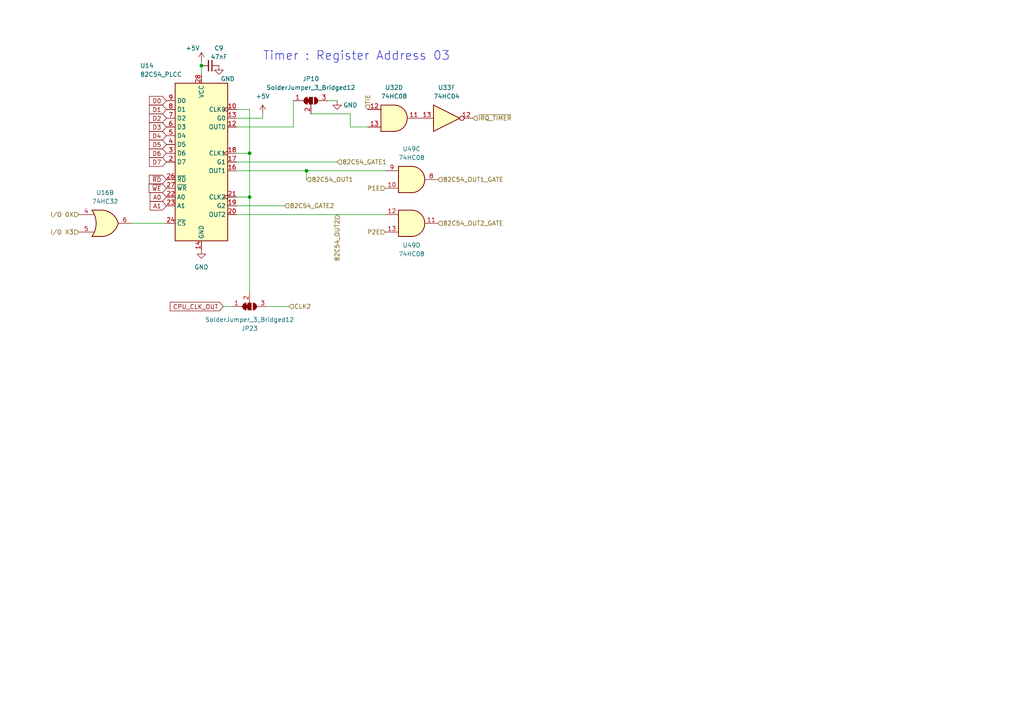
<source format=kicad_sch>
(kicad_sch (version 20230121) (generator eeschema)
  (paper "A4")
  (lib_symbols
    (symbol "74xx:74LS04"
      (property "Reference" "U" (at 0 1.27 0))
      (property "Value" "74LS04" (at 0 -1.27 0))
      (symbol "74LS04_1_0"
        (polyline (pts (xy -3.81 3.81) (xy -3.81 -3.81) (xy 3.81 0) (xy -3.81 3.81)) (stroke (width 0.254)) (fill (type background)))
        (pin input line (at -7.62 0 0) (length 3.81) (name "~") (number "1"))
        (pin output inverted (at 7.62 0 180) (length 3.81) (name "~") (number "2"))
      )
      (symbol "74LS04_2_0"
        (polyline (pts (xy -3.81 3.81) (xy -3.81 -3.81) (xy 3.81 0) (xy -3.81 3.81)) (stroke (width 0.254)) (fill (type background)))
        (pin input line (at -7.62 0 0) (length 3.81) (name "~") (number "3"))
        (pin output inverted (at 7.62 0 180) (length 3.81) (name "~") (number "4"))
      )
      (symbol "74LS04_3_0"
        (polyline (pts (xy -3.81 3.81) (xy -3.81 -3.81) (xy 3.81 0) (xy -3.81 3.81)) (stroke (width 0.254)) (fill (type background)))
        (pin input line (at -7.62 0 0) (length 3.81) (name "~") (number "5"))
        (pin output inverted (at 7.62 0 180) (length 3.81) (name "~") (number "6"))
      )
      (symbol "74LS04_4_0"
        (polyline (pts (xy -3.81 3.81) (xy -3.81 -3.81) (xy 3.81 0) (xy -3.81 3.81)) (stroke (width 0.254)) (fill (type background)))
        (pin output inverted (at 7.62 0 180) (length 3.81) (name "~") (number "8"))
        (pin input line (at -7.62 0 0) (length 3.81) (name "~") (number "9"))
      )
      (symbol "74LS04_5_0"
        (polyline (pts (xy -3.81 3.81) (xy -3.81 -3.81) (xy 3.81 0) (xy -3.81 3.81)) (stroke (width 0.254)) (fill (type background)))
        (pin output inverted (at 7.62 0 180) (length 3.81) (name "~") (number "10"))
        (pin input line (at -7.62 0 0) (length 3.81) (name "~") (number "11"))
      )
      (symbol "74LS04_6_0"
        (polyline (pts (xy -3.81 3.81) (xy -3.81 -3.81) (xy 3.81 0) (xy -3.81 3.81)) (stroke (width 0.254)) (fill (type background)))
        (pin output inverted (at 7.62 0 180) (length 3.81) (name "~") (number "12"))
        (pin input line (at -7.62 0 0) (length 3.81) (name "~") (number "13"))
      )
      (symbol "74LS04_7_0"
        (pin power_in line (at 0 12.7 270) (length 5.08) (name "VCC") (number "14"))
        (pin power_in line (at 0 -12.7 90) (length 5.08) (name "GND") (number "7"))
      )
      (symbol "74LS04_7_1"
        (rectangle (start -5.08 7.62) (end 5.08 -7.62) (stroke (width 0.254)) (fill (type background)))
      )
    )
    (symbol "74xx:74LS08" (pin_names (offset 1.016))
      (property "Reference" "U" (at 0 1.27 0))
      (property "Value" "74LS08" (at 0 -1.27 0))
      (symbol "74LS08_1_1"
        (arc (start 0 -3.81) (mid 3.7934 0) (end 0 3.81) (stroke (width 0.254)) (fill (type background)))
        (polyline (pts (xy 0 3.81) (xy -3.81 3.81) (xy -3.81 -3.81) (xy 0 -3.81)) (stroke (width 0.254)) (fill (type background)))
        (pin input line (at -7.62 2.54 0) (length 3.81) (name "~") (number "1"))
        (pin input line (at -7.62 -2.54 0) (length 3.81) (name "~") (number "2"))
        (pin output line (at 7.62 0 180) (length 3.81) (name "~") (number "3"))
      )
      (symbol "74LS08_1_2"
        (arc (start -3.81 -3.81) (mid -2.589 0) (end -3.81 3.81) (stroke (width 0.254)))
        (arc (start -0.6096 -3.81) (mid 2.1842 -2.5851) (end 3.81 0) (stroke (width 0.254)) (fill (type background)))
        (polyline (pts (xy -3.81 -3.81) (xy -0.635 -3.81)) (stroke (width 0.254)) (fill (type background)))
        (polyline (pts (xy -3.81 3.81) (xy -0.635 3.81)) (stroke (width 0.254)) (fill (type background)))
        (polyline (pts (xy -0.635 3.81) (xy -3.81 3.81) (xy -3.81 3.81) (xy -3.556 3.4036) (xy -3.0226 2.2606) (xy -2.6924 1.0414) (xy -2.6162 -0.254) (xy -2.7686 -1.4986) (xy -3.175 -2.7178) (xy -3.81 -3.81) (xy -3.81 -3.81) (xy -0.635 -3.81)) (stroke (width -25.4)) (fill (type background)))
        (arc (start 3.81 0) (mid 2.1915 2.5936) (end -0.6096 3.81) (stroke (width 0.254)) (fill (type background)))
        (pin input inverted (at -7.62 2.54 0) (length 4.318) (name "~") (number "1"))
        (pin input inverted (at -7.62 -2.54 0) (length 4.318) (name "~") (number "2"))
        (pin output inverted (at 7.62 0 180) (length 3.81) (name "~") (number "3"))
      )
      (symbol "74LS08_2_1"
        (arc (start 0 -3.81) (mid 3.7934 0) (end 0 3.81) (stroke (width 0.254)) (fill (type background)))
        (polyline (pts (xy 0 3.81) (xy -3.81 3.81) (xy -3.81 -3.81) (xy 0 -3.81)) (stroke (width 0.254)) (fill (type background)))
        (pin input line (at -7.62 2.54 0) (length 3.81) (name "~") (number "4"))
        (pin input line (at -7.62 -2.54 0) (length 3.81) (name "~") (number "5"))
        (pin output line (at 7.62 0 180) (length 3.81) (name "~") (number "6"))
      )
      (symbol "74LS08_2_2"
        (arc (start -3.81 -3.81) (mid -2.589 0) (end -3.81 3.81) (stroke (width 0.254)))
        (arc (start -0.6096 -3.81) (mid 2.1842 -2.5851) (end 3.81 0) (stroke (width 0.254)) (fill (type background)))
        (polyline (pts (xy -3.81 -3.81) (xy -0.635 -3.81)) (stroke (width 0.254)) (fill (type background)))
        (polyline (pts (xy -3.81 3.81) (xy -0.635 3.81)) (stroke (width 0.254)) (fill (type background)))
        (polyline (pts (xy -0.635 3.81) (xy -3.81 3.81) (xy -3.81 3.81) (xy -3.556 3.4036) (xy -3.0226 2.2606) (xy -2.6924 1.0414) (xy -2.6162 -0.254) (xy -2.7686 -1.4986) (xy -3.175 -2.7178) (xy -3.81 -3.81) (xy -3.81 -3.81) (xy -0.635 -3.81)) (stroke (width -25.4)) (fill (type background)))
        (arc (start 3.81 0) (mid 2.1915 2.5936) (end -0.6096 3.81) (stroke (width 0.254)) (fill (type background)))
        (pin input inverted (at -7.62 2.54 0) (length 4.318) (name "~") (number "4"))
        (pin input inverted (at -7.62 -2.54 0) (length 4.318) (name "~") (number "5"))
        (pin output inverted (at 7.62 0 180) (length 3.81) (name "~") (number "6"))
      )
      (symbol "74LS08_3_1"
        (arc (start 0 -3.81) (mid 3.7934 0) (end 0 3.81) (stroke (width 0.254)) (fill (type background)))
        (polyline (pts (xy 0 3.81) (xy -3.81 3.81) (xy -3.81 -3.81) (xy 0 -3.81)) (stroke (width 0.254)) (fill (type background)))
        (pin input line (at -7.62 -2.54 0) (length 3.81) (name "~") (number "10"))
        (pin output line (at 7.62 0 180) (length 3.81) (name "~") (number "8"))
        (pin input line (at -7.62 2.54 0) (length 3.81) (name "~") (number "9"))
      )
      (symbol "74LS08_3_2"
        (arc (start -3.81 -3.81) (mid -2.589 0) (end -3.81 3.81) (stroke (width 0.254)))
        (arc (start -0.6096 -3.81) (mid 2.1842 -2.5851) (end 3.81 0) (stroke (width 0.254)) (fill (type background)))
        (polyline (pts (xy -3.81 -3.81) (xy -0.635 -3.81)) (stroke (width 0.254)) (fill (type background)))
        (polyline (pts (xy -3.81 3.81) (xy -0.635 3.81)) (stroke (width 0.254)) (fill (type background)))
        (polyline (pts (xy -0.635 3.81) (xy -3.81 3.81) (xy -3.81 3.81) (xy -3.556 3.4036) (xy -3.0226 2.2606) (xy -2.6924 1.0414) (xy -2.6162 -0.254) (xy -2.7686 -1.4986) (xy -3.175 -2.7178) (xy -3.81 -3.81) (xy -3.81 -3.81) (xy -0.635 -3.81)) (stroke (width -25.4)) (fill (type background)))
        (arc (start 3.81 0) (mid 2.1915 2.5936) (end -0.6096 3.81) (stroke (width 0.254)) (fill (type background)))
        (pin input inverted (at -7.62 -2.54 0) (length 4.318) (name "~") (number "10"))
        (pin output inverted (at 7.62 0 180) (length 3.81) (name "~") (number "8"))
        (pin input inverted (at -7.62 2.54 0) (length 4.318) (name "~") (number "9"))
      )
      (symbol "74LS08_4_1"
        (arc (start 0 -3.81) (mid 3.7934 0) (end 0 3.81) (stroke (width 0.254)) (fill (type background)))
        (polyline (pts (xy 0 3.81) (xy -3.81 3.81) (xy -3.81 -3.81) (xy 0 -3.81)) (stroke (width 0.254)) (fill (type background)))
        (pin output line (at 7.62 0 180) (length 3.81) (name "~") (number "11"))
        (pin input line (at -7.62 2.54 0) (length 3.81) (name "~") (number "12"))
        (pin input line (at -7.62 -2.54 0) (length 3.81) (name "~") (number "13"))
      )
      (symbol "74LS08_4_2"
        (arc (start -3.81 -3.81) (mid -2.589 0) (end -3.81 3.81) (stroke (width 0.254)))
        (arc (start -0.6096 -3.81) (mid 2.1842 -2.5851) (end 3.81 0) (stroke (width 0.254)) (fill (type background)))
        (polyline (pts (xy -3.81 -3.81) (xy -0.635 -3.81)) (stroke (width 0.254)) (fill (type background)))
        (polyline (pts (xy -3.81 3.81) (xy -0.635 3.81)) (stroke (width 0.254)) (fill (type background)))
        (polyline (pts (xy -0.635 3.81) (xy -3.81 3.81) (xy -3.81 3.81) (xy -3.556 3.4036) (xy -3.0226 2.2606) (xy -2.6924 1.0414) (xy -2.6162 -0.254) (xy -2.7686 -1.4986) (xy -3.175 -2.7178) (xy -3.81 -3.81) (xy -3.81 -3.81) (xy -0.635 -3.81)) (stroke (width -25.4)) (fill (type background)))
        (arc (start 3.81 0) (mid 2.1915 2.5936) (end -0.6096 3.81) (stroke (width 0.254)) (fill (type background)))
        (pin output inverted (at 7.62 0 180) (length 3.81) (name "~") (number "11"))
        (pin input inverted (at -7.62 2.54 0) (length 4.318) (name "~") (number "12"))
        (pin input inverted (at -7.62 -2.54 0) (length 4.318) (name "~") (number "13"))
      )
      (symbol "74LS08_5_0"
        (pin power_in line (at 0 12.7 270) (length 5.08) (name "VCC") (number "14"))
        (pin power_in line (at 0 -12.7 90) (length 5.08) (name "GND") (number "7"))
      )
      (symbol "74LS08_5_1"
        (rectangle (start -5.08 7.62) (end 5.08 -7.62) (stroke (width 0.254)) (fill (type background)))
      )
    )
    (symbol "74xx:74LS32" (pin_names (offset 1.016))
      (property "Reference" "U" (at 0 1.27 0))
      (property "Value" "74LS32" (at 0 -1.27 0))
      (symbol "74LS32_1_1"
        (arc (start -3.81 -3.81) (mid -2.589 0) (end -3.81 3.81) (stroke (width 0.254)))
        (arc (start -0.6096 -3.81) (mid 2.1842 -2.5851) (end 3.81 0) (stroke (width 0.254)) (fill (type background)))
        (polyline (pts (xy -3.81 -3.81) (xy -0.635 -3.81)) (stroke (width 0.254)) (fill (type background)))
        (polyline (pts (xy -3.81 3.81) (xy -0.635 3.81)) (stroke (width 0.254)) (fill (type background)))
        (polyline (pts (xy -0.635 3.81) (xy -3.81 3.81) (xy -3.81 3.81) (xy -3.556 3.4036) (xy -3.0226 2.2606) (xy -2.6924 1.0414) (xy -2.6162 -0.254) (xy -2.7686 -1.4986) (xy -3.175 -2.7178) (xy -3.81 -3.81) (xy -3.81 -3.81) (xy -0.635 -3.81)) (stroke (width -25.4)) (fill (type background)))
        (arc (start 3.81 0) (mid 2.1915 2.5936) (end -0.6096 3.81) (stroke (width 0.254)) (fill (type background)))
        (pin input line (at -7.62 2.54 0) (length 4.318) (name "~") (number "1"))
        (pin input line (at -7.62 -2.54 0) (length 4.318) (name "~") (number "2"))
        (pin output line (at 7.62 0 180) (length 3.81) (name "~") (number "3"))
      )
      (symbol "74LS32_1_2"
        (arc (start 0 -3.81) (mid 3.7934 0) (end 0 3.81) (stroke (width 0.254)) (fill (type background)))
        (polyline (pts (xy 0 3.81) (xy -3.81 3.81) (xy -3.81 -3.81) (xy 0 -3.81)) (stroke (width 0.254)) (fill (type background)))
        (pin input inverted (at -7.62 2.54 0) (length 3.81) (name "~") (number "1"))
        (pin input inverted (at -7.62 -2.54 0) (length 3.81) (name "~") (number "2"))
        (pin output inverted (at 7.62 0 180) (length 3.81) (name "~") (number "3"))
      )
      (symbol "74LS32_2_1"
        (arc (start -3.81 -3.81) (mid -2.589 0) (end -3.81 3.81) (stroke (width 0.254)))
        (arc (start -0.6096 -3.81) (mid 2.1842 -2.5851) (end 3.81 0) (stroke (width 0.254)) (fill (type background)))
        (polyline (pts (xy -3.81 -3.81) (xy -0.635 -3.81)) (stroke (width 0.254)) (fill (type background)))
        (polyline (pts (xy -3.81 3.81) (xy -0.635 3.81)) (stroke (width 0.254)) (fill (type background)))
        (polyline (pts (xy -0.635 3.81) (xy -3.81 3.81) (xy -3.81 3.81) (xy -3.556 3.4036) (xy -3.0226 2.2606) (xy -2.6924 1.0414) (xy -2.6162 -0.254) (xy -2.7686 -1.4986) (xy -3.175 -2.7178) (xy -3.81 -3.81) (xy -3.81 -3.81) (xy -0.635 -3.81)) (stroke (width -25.4)) (fill (type background)))
        (arc (start 3.81 0) (mid 2.1915 2.5936) (end -0.6096 3.81) (stroke (width 0.254)) (fill (type background)))
        (pin input line (at -7.62 2.54 0) (length 4.318) (name "~") (number "4"))
        (pin input line (at -7.62 -2.54 0) (length 4.318) (name "~") (number "5"))
        (pin output line (at 7.62 0 180) (length 3.81) (name "~") (number "6"))
      )
      (symbol "74LS32_2_2"
        (arc (start 0 -3.81) (mid 3.7934 0) (end 0 3.81) (stroke (width 0.254)) (fill (type background)))
        (polyline (pts (xy 0 3.81) (xy -3.81 3.81) (xy -3.81 -3.81) (xy 0 -3.81)) (stroke (width 0.254)) (fill (type background)))
        (pin input inverted (at -7.62 2.54 0) (length 3.81) (name "~") (number "4"))
        (pin input inverted (at -7.62 -2.54 0) (length 3.81) (name "~") (number "5"))
        (pin output inverted (at 7.62 0 180) (length 3.81) (name "~") (number "6"))
      )
      (symbol "74LS32_3_1"
        (arc (start -3.81 -3.81) (mid -2.589 0) (end -3.81 3.81) (stroke (width 0.254)))
        (arc (start -0.6096 -3.81) (mid 2.1842 -2.5851) (end 3.81 0) (stroke (width 0.254)) (fill (type background)))
        (polyline (pts (xy -3.81 -3.81) (xy -0.635 -3.81)) (stroke (width 0.254)) (fill (type background)))
        (polyline (pts (xy -3.81 3.81) (xy -0.635 3.81)) (stroke (width 0.254)) (fill (type background)))
        (polyline (pts (xy -0.635 3.81) (xy -3.81 3.81) (xy -3.81 3.81) (xy -3.556 3.4036) (xy -3.0226 2.2606) (xy -2.6924 1.0414) (xy -2.6162 -0.254) (xy -2.7686 -1.4986) (xy -3.175 -2.7178) (xy -3.81 -3.81) (xy -3.81 -3.81) (xy -0.635 -3.81)) (stroke (width -25.4)) (fill (type background)))
        (arc (start 3.81 0) (mid 2.1915 2.5936) (end -0.6096 3.81) (stroke (width 0.254)) (fill (type background)))
        (pin input line (at -7.62 -2.54 0) (length 4.318) (name "~") (number "10"))
        (pin output line (at 7.62 0 180) (length 3.81) (name "~") (number "8"))
        (pin input line (at -7.62 2.54 0) (length 4.318) (name "~") (number "9"))
      )
      (symbol "74LS32_3_2"
        (arc (start 0 -3.81) (mid 3.7934 0) (end 0 3.81) (stroke (width 0.254)) (fill (type background)))
        (polyline (pts (xy 0 3.81) (xy -3.81 3.81) (xy -3.81 -3.81) (xy 0 -3.81)) (stroke (width 0.254)) (fill (type background)))
        (pin input inverted (at -7.62 -2.54 0) (length 3.81) (name "~") (number "10"))
        (pin output inverted (at 7.62 0 180) (length 3.81) (name "~") (number "8"))
        (pin input inverted (at -7.62 2.54 0) (length 3.81) (name "~") (number "9"))
      )
      (symbol "74LS32_4_1"
        (arc (start -3.81 -3.81) (mid -2.589 0) (end -3.81 3.81) (stroke (width 0.254)))
        (arc (start -0.6096 -3.81) (mid 2.1842 -2.5851) (end 3.81 0) (stroke (width 0.254)) (fill (type background)))
        (polyline (pts (xy -3.81 -3.81) (xy -0.635 -3.81)) (stroke (width 0.254)) (fill (type background)))
        (polyline (pts (xy -3.81 3.81) (xy -0.635 3.81)) (stroke (width 0.254)) (fill (type background)))
        (polyline (pts (xy -0.635 3.81) (xy -3.81 3.81) (xy -3.81 3.81) (xy -3.556 3.4036) (xy -3.0226 2.2606) (xy -2.6924 1.0414) (xy -2.6162 -0.254) (xy -2.7686 -1.4986) (xy -3.175 -2.7178) (xy -3.81 -3.81) (xy -3.81 -3.81) (xy -0.635 -3.81)) (stroke (width -25.4)) (fill (type background)))
        (arc (start 3.81 0) (mid 2.1915 2.5936) (end -0.6096 3.81) (stroke (width 0.254)) (fill (type background)))
        (pin output line (at 7.62 0 180) (length 3.81) (name "~") (number "11"))
        (pin input line (at -7.62 2.54 0) (length 4.318) (name "~") (number "12"))
        (pin input line (at -7.62 -2.54 0) (length 4.318) (name "~") (number "13"))
      )
      (symbol "74LS32_4_2"
        (arc (start 0 -3.81) (mid 3.7934 0) (end 0 3.81) (stroke (width 0.254)) (fill (type background)))
        (polyline (pts (xy 0 3.81) (xy -3.81 3.81) (xy -3.81 -3.81) (xy 0 -3.81)) (stroke (width 0.254)) (fill (type background)))
        (pin output inverted (at 7.62 0 180) (length 3.81) (name "~") (number "11"))
        (pin input inverted (at -7.62 2.54 0) (length 3.81) (name "~") (number "12"))
        (pin input inverted (at -7.62 -2.54 0) (length 3.81) (name "~") (number "13"))
      )
      (symbol "74LS32_5_0"
        (pin power_in line (at 0 12.7 270) (length 5.08) (name "VCC") (number "14"))
        (pin power_in line (at 0 -12.7 90) (length 5.08) (name "GND") (number "7"))
      )
      (symbol "74LS32_5_1"
        (rectangle (start -5.08 7.62) (end 5.08 -7.62) (stroke (width 0.254)) (fill (type background)))
      )
    )
    (symbol "Device:C_Small" (pin_numbers hide) (pin_names (offset 0.254) hide)
      (property "Reference" "C" (at 0.254 1.778 0))
      (property "Value" "C_Small" (at 0.254 -2.032 0))
      (symbol "C_Small_0_1"
        (polyline (pts (xy -1.524 -0.508) (xy 1.524 -0.508)) (stroke (width 0.3302)))
        (polyline (pts (xy -1.524 0.508) (xy 1.524 0.508)) (stroke (width 0.3048)))
      )
      (symbol "C_Small_1_1"
        (pin passive line (at 0 2.54 270) (length 2.032) (name "~") (number "1"))
        (pin passive line (at 0 -2.54 90) (length 2.032) (name "~") (number "2"))
      )
    )
    (symbol "Jumper:SolderJumper_3_Bridged12" (pin_names (offset 0) hide)
      (property "Reference" "JP" (at -2.54 -2.54 0))
      (property "Value" "SolderJumper_3_Bridged12" (at 0 2.794 0))
      (symbol "SolderJumper_3_Bridged12_0_1"
        (rectangle (start -1.016 0.508) (end -0.508 -0.508) (fill (type outline)))
        (arc (start -1.016 1.016) (mid -2.0276 0) (end -1.016 -1.016))
        (arc (start -1.016 1.016) (mid -2.0276 0) (end -1.016 -1.016) (fill (type outline)))
        (rectangle (start -0.508 1.016) (end 0.508 -1.016) (fill (type outline)))
        (polyline (pts (xy -2.54 0) (xy -2.032 0)))
        (polyline (pts (xy -1.016 1.016) (xy -1.016 -1.016)))
        (polyline (pts (xy 0 -1.27) (xy 0 -1.016)))
        (polyline (pts (xy 1.016 1.016) (xy 1.016 -1.016)))
        (polyline (pts (xy 2.54 0) (xy 2.032 0)))
        (arc (start 1.016 -1.016) (mid 2.0276 0) (end 1.016 1.016))
        (arc (start 1.016 -1.016) (mid 2.0276 0) (end 1.016 1.016) (fill (type outline)))
      )
      (symbol "SolderJumper_3_Bridged12_1_1"
        (pin passive line (at -5.08 0 0) (length 2.54) (name "A") (number "1"))
        (pin passive line (at 0 -3.81 90) (length 2.54) (name "C") (number "2"))
        (pin passive line (at 5.08 0 180) (length 2.54) (name "B") (number "3"))
      )
    )
    (symbol "Timer:82C54_PLCC"
      (property "Reference" "U" (at -3.81 24.13 0))
      (property "Value" "82C54_PLCC" (at 2.54 24.13 0))
      (symbol "82C54_PLCC_0_1"
        (rectangle (start -7.62 -22.86) (end 7.62 22.86) (stroke (width 0.254)) (fill (type background)))
      )
      (symbol "82C54_PLCC_1_1"
        (pin no_connect line (at -5.08 -22.86 90) (length 2.54) hide (name "NC") (number "1"))
        (pin input clock (at 10.16 15.24 180) (length 2.54) (name "CLK0") (number "10"))
        (pin no_connect line (at -2.54 -22.86 90) (length 2.54) hide (name "NC") (number "11"))
        (pin output line (at 10.16 10.16 180) (length 2.54) (name "OUT0") (number "12"))
        (pin input line (at 10.16 12.7 180) (length 2.54) (name "G0") (number "13"))
        (pin power_in line (at 0 -25.4 90) (length 2.54) (name "GND") (number "14"))
        (pin no_connect line (at 2.54 -22.86 90) (length 2.54) hide (name "NC") (number "15"))
        (pin output line (at 10.16 -2.54 180) (length 2.54) (name "OUT1") (number "16"))
        (pin input line (at 10.16 0 180) (length 2.54) (name "G1") (number "17"))
        (pin input clock (at 10.16 2.54 180) (length 2.54) (name "CLK1") (number "18"))
        (pin input line (at 10.16 -12.7 180) (length 2.54) (name "G2") (number "19"))
        (pin bidirectional line (at -10.16 0 0) (length 2.54) (name "D7") (number "2"))
        (pin output line (at 10.16 -15.24 180) (length 2.54) (name "OUT2") (number "20"))
        (pin input clock (at 10.16 -10.16 180) (length 2.54) (name "CLK2") (number "21"))
        (pin input line (at -10.16 -10.16 0) (length 2.54) (name "A0") (number "22"))
        (pin input line (at -10.16 -12.7 0) (length 2.54) (name "A1") (number "23"))
        (pin input line (at -10.16 -17.78 0) (length 2.54) (name "~{CS}") (number "24"))
        (pin no_connect line (at 5.08 -22.86 90) (length 2.54) hide (name "NC") (number "25"))
        (pin input line (at -10.16 -5.08 0) (length 2.54) (name "~{RD}") (number "26"))
        (pin input line (at -10.16 -7.62 0) (length 2.54) (name "~{WR}") (number "27"))
        (pin power_in line (at 0 25.4 270) (length 2.54) (name "VCC") (number "28"))
        (pin bidirectional line (at -10.16 2.54 0) (length 2.54) (name "D6") (number "3"))
        (pin bidirectional line (at -10.16 5.08 0) (length 2.54) (name "D5") (number "4"))
        (pin bidirectional line (at -10.16 7.62 0) (length 2.54) (name "D4") (number "5"))
        (pin bidirectional line (at -10.16 10.16 0) (length 2.54) (name "D3") (number "6"))
        (pin bidirectional line (at -10.16 12.7 0) (length 2.54) (name "D2") (number "7"))
        (pin bidirectional line (at -10.16 15.24 0) (length 2.54) (name "D1") (number "8"))
        (pin bidirectional line (at -10.16 17.78 0) (length 2.54) (name "D0") (number "9"))
      )
    )
    (symbol "power:+5V" (power) (pin_names (offset 0))
      (property "Value" "+5V" (at 0 3.556 0))
      (symbol "+5V_0_1"
        (polyline (pts (xy -0.762 1.27) (xy 0 2.54)))
        (polyline (pts (xy 0 0) (xy 0 2.54)))
        (polyline (pts (xy 0 2.54) (xy 0.762 1.27)))
      )
      (symbol "+5V_1_1"
        (pin power_in line (at 0 0 90) (length 0) hide (name "+5V") (number "1"))
      )
    )
    (symbol "power:GND" (power) (pin_names (offset 0))
      (property "Value" "GND" (at 0 -3.81 0))
      (symbol "GND_0_1"
        (polyline (pts (xy 0 0) (xy 0 -1.27) (xy 1.27 -1.27) (xy 0 -2.54) (xy -1.27 -1.27) (xy 0 -1.27)))
      )
      (symbol "GND_1_1"
        (pin power_in line (at 0 0 270) (length 0) hide (name "GND") (number "1"))
      )
    )
  )
  (junction (at 58.42 19.05))
  (junction (at 72.39 57.15))
  (junction (at 72.39 44.45))
  (junction (at 88.9 49.53))
  (wire (pts (xy 38.1 64.77) (xy 48.26 64.77)))
  (wire (pts (xy 72.39 31.75) (xy 72.39 44.45)))
  (wire (pts (xy 97.79 29.21) (xy 95.25 29.21)))
  (wire (pts (xy 68.58 44.45) (xy 72.39 44.45)))
  (wire (pts (xy 76.2 34.29) (xy 76.2 33.02)))
  (wire (pts (xy 68.58 46.99) (xy 97.79 46.99)))
  (wire (pts (xy 72.39 57.15) (xy 68.58 57.15)))
  (wire (pts (xy 72.39 44.45) (xy 72.39 57.15)))
  (wire (pts (xy 68.58 36.83) (xy 85.09 36.83)))
  (wire (pts (xy 85.09 29.21) (xy 85.09 36.83)))
  (wire (pts (xy 68.58 49.53) (xy 88.9 49.53)))
  (wire (pts (xy 72.39 85.09) (xy 72.39 57.15)))
  (wire (pts (xy 68.58 34.29) (xy 76.2 34.29)))
  (wire (pts (xy 58.42 19.05) (xy 58.42 21.59)))
  (wire (pts (xy 68.58 31.75) (xy 72.39 31.75)))
  (wire (pts (xy 67.31 88.9) (xy 64.77 88.9)))
  (wire (pts (xy 101.6 36.83) (xy 106.68 36.83)))
  (wire (pts (xy 68.58 62.23) (xy 111.76 62.23)))
  (wire (pts (xy 83.82 88.9) (xy 77.47 88.9)))
  (wire (pts (xy 88.9 49.53) (xy 88.9 52.07)))
  (wire (pts (xy 68.58 59.69) (xy 82.55 59.69)))
  (wire (pts (xy 101.6 33.02) (xy 101.6 36.83)))
  (wire (pts (xy 90.17 33.02) (xy 101.6 33.02)))
  (wire (pts (xy 88.9 49.53) (xy 111.76 49.53)))
  (wire (pts (xy 58.42 17.78) (xy 58.42 19.05)))
  (text "Timer : Register Address 03" (at 76.2 17.78 0) (effects (font (size 2.54 2.54)) (justify left bottom)))
  (global_label "D0" (shape input) (at 48.26 29.21 180) (property "Intersheetrefs" "${INTERSHEET_REFS}" (effects hide)))
  (global_label "CPU_CLK_OUT" (shape input) (at 64.77 88.9 180) (property "Intersheetrefs" "${INTERSHEET_REFS}" (effects hide)))
  (global_label "D1" (shape input) (at 48.26 31.75 180) (property "Intersheetrefs" "${INTERSHEET_REFS}" (effects hide)))
  (global_label "D6" (shape input) (at 48.26 44.45 180) (property "Intersheetrefs" "${INTERSHEET_REFS}" (effects hide)))
  (global_label "A0" (shape input) (at 48.26 57.15 180) (property "Intersheetrefs" "${INTERSHEET_REFS}" (effects hide)))
  (global_label "D5" (shape input) (at 48.26 41.91 180) (property "Intersheetrefs" "${INTERSHEET_REFS}" (effects hide)))
  (global_label "D3" (shape input) (at 48.26 36.83 180) (property "Intersheetrefs" "${INTERSHEET_REFS}" (effects hide)))
  (global_label "A1" (shape input) (at 48.26 59.69 180) (property "Intersheetrefs" "${INTERSHEET_REFS}" (effects hide)))
  (global_label "D7" (shape input) (at 48.26 46.99 180) (property "Intersheetrefs" "${INTERSHEET_REFS}" (effects hide)))
  (global_label "D4" (shape input) (at 48.26 39.37 180) (property "Intersheetrefs" "${INTERSHEET_REFS}" (effects hide)))
  (global_label "~{RD}" (shape input) (at 48.26 52.07 180) (property "Intersheetrefs" "${INTERSHEET_REFS}" (effects hide)))
  (global_label "~{WE}" (shape input) (at 48.26 54.61 180) (property "Intersheetrefs" "${INTERSHEET_REFS}" (effects hide)))
  (global_label "D2" (shape input) (at 48.26 34.29 180) (property "Intersheetrefs" "${INTERSHEET_REFS}" (effects hide)))
  (hierarchical_label "I{slash}O X3" (shape input) (at 22.86 67.31 180))
  (hierarchical_label "82C54_OUT1" (shape input) (at 88.9 52.07 0))
  (hierarchical_label "82C54_OUT2" (shape input) (at 97.79 62.23 270))
  (hierarchical_label "~{IRQ_TIMER}" (shape input) (at 137.16 34.29 0))
  (hierarchical_label "P1E" (shape input) (at 111.76 54.61 180))
  (hierarchical_label "P2E" (shape input) (at 111.76 67.31 180))
  (hierarchical_label "I{slash}O 0X" (shape input) (at 22.86 62.23 180))
  (hierarchical_label "82C54_GATE2" (shape input) (at 82.55 59.69 0))
  (hierarchical_label "TIE" (shape input) (at 106.68 31.75 90))
  (hierarchical_label "82C54_GATE1" (shape input) (at 97.79 46.99 0))
  (hierarchical_label "82C54_OUT1_GATE" (shape input) (at 127 52.07 0))
  (hierarchical_label "82C54_OUT2_GATE" (shape input) (at 127 64.77 0))
  (hierarchical_label "CLK2" (shape input) (at 83.82 88.9 0))
  (symbol (lib_id "power:GND") (at 63.5 19.05 0) (mirror y) (unit 1)
    (property "Reference" "#PWR0128" (effects hide))
    (property "Value" "GND" (at 66.04 22.86 0))
    (instances (project "Micro" (path "" (reference "#PWR0128") (unit 1)) (path "" (reference "#PWR0137") (unit 1))))
  )
  (symbol (lib_id "74xx:74LS08") (at 114.3 34.29 0) (unit 4)
    (property "Reference" "U32" (at 114.2917 25.4 0))
    (property "Value" "74HC08" (at 114.2917 27.94 0))
    (property "Footprint" "Package_SO:SOIC-14_3.9x8.7mm_P1.27mm" (effects hide))
    (property "Datasheet" "http://www.ti.com/lit/gpn/sn74LS08" (effects hide))
    (instances (project "Micro" (path "" (reference "U32") (unit 4)) (path "" (reference "U29") (unit 4)) (path "" (reference "U29") (unit 4))))
  )
  (symbol (lib_id "Timer:82C54_PLCC") (at 58.42 46.99 0) (unit 1)
    (property "Reference" "U14" (at 40.64 19.05 0) (effects (justify left)))
    (property "Value" "82C54_PLCC" (at 40.64 21.59 0) (effects (justify left)))
    (property "Footprint" "Package_LCC:PLCC-28" (effects hide))
    (property "Datasheet" "http://download.intel.com/design/archives/periphrl/docs/23124406.pdf" (effects hide))
  )
  (symbol (lib_id "74xx:74LS32") (at 30.48 64.77 0) (unit 2)
    (property "Reference" "U16" (at 30.48 55.88 0))
    (property "Value" "74HC32" (at 30.48 58.42 0))
    (property "Footprint" "Package_SO:SOIC-14_3.9x8.7mm_P1.27mm" (effects hide))
    (property "Datasheet" "http://www.ti.com/lit/gpn/sn74LS32" (effects hide))
  )
  (symbol (lib_id "power:GND") (at 97.79 29.21 0) (unit 1)
    (property "Reference" "#PWR0121" (effects hide))
    (property "Value" "GND" (at 101.6 30.48 0))
  )
  (symbol (lib_id "Jumper:SolderJumper_3_Bridged12") (at 90.17 29.21 0) (unit 1)
    (property "Reference" "JP10" (at 90.17 22.86 0))
    (property "Value" "SolderJumper_3_Bridged12" (at 90.17 25.4 0))
    (property "Footprint" "Jumper:SolderJumper-3_P1.3mm_Bridged12_RoundedPad1.0x1.5mm_NumberLabels" (effects hide))
  )
  (symbol (lib_id "74xx:74LS08") (at 119.38 52.07 0) (unit 3)
    (property "Reference" "U49" (at 119.3717 43.18 0))
    (property "Value" "74HC08" (at 119.3717 45.72 0))
    (property "Footprint" "Package_SO:SOIC-14_3.9x8.7mm_P1.27mm" (effects hide))
    (property "Datasheet" "http://www.ti.com/lit/gpn/sn74LS08" (effects hide))
  )
  (symbol (lib_id "power:GND") (at 58.42 72.39 0) (unit 1)
    (property "Reference" "#PWR0111" (effects hide))
    (property "Value" "GND" (at 58.42 77.47 0))
  )
  (symbol (lib_id "power:+5V") (at 58.42 17.78 0) (unit 1)
    (property "Reference" "#PWR0110" (effects hide))
    (property "Value" "+5V" (at 55.88 13.97 0))
  )
  (symbol (lib_id "Device:C_Small") (at 60.96 19.05 270) (mirror x) (unit 1)
    (property "Reference" "C9" (at 63.5 13.97 90))
    (property "Value" "47nF" (at 63.5 16.51 90))
    (property "Footprint" "Capacitor_SMD:C_0603_1608Metric_Pad1.08x0.95mm_HandSolder" (effects hide))
    (instances (project "Micro" (path "" (reference "C9") (unit 1)) (path "" (reference "C18") (unit 1))))
  )
  (symbol (lib_id "power:+5V") (at 76.2 33.02 0) (unit 1)
    (property "Reference" "#PWR0109" (effects hide))
    (property "Value" "+5V" (at 76.2 27.94 0))
  )
  (symbol (lib_id "Jumper:SolderJumper_3_Bridged12") (at 72.39 88.9 0) (mirror x) (unit 1)
    (property "Reference" "JP23" (at 72.39 95.25 0))
    (property "Value" "SolderJumper_3_Bridged12" (at 72.39 92.71 0))
    (property "Footprint" "Jumper:SolderJumper-3_P1.3mm_Bridged12_RoundedPad1.0x1.5mm_NumberLabels" (effects hide))
    (instances (project "Micro" (path "" (reference "JP23") (unit 1)) (path "" (reference "JP24") (unit 1))))
  )
  (symbol (lib_id "74xx:74LS04") (at 129.54 34.29 0) (unit 6)
    (property "Reference" "U33" (at 129.54 25.4 0))
    (property "Value" "74HC04" (at 129.54 27.94 0))
    (property "Footprint" "Package_SO:SOIC-14_3.9x8.7mm_P1.27mm" (effects hide))
    (property "Datasheet" "http://www.ti.com/lit/gpn/sn74LS04" (effects hide))
    (instances (project "Micro" (path "" (reference "U33") (unit 6)) (path "" (reference "U32") (unit 6)) (path "" (reference "U32") (unit 6))))
  )
  (symbol (lib_id "74xx:74LS08") (at 119.38 64.77 0) (unit 4)
    (property "Reference" "U49" (at 119.38 71.12 0))
    (property "Value" "74HC08" (at 119.38 73.66 0))
    (property "Footprint" "Package_SO:SOIC-14_3.9x8.7mm_P1.27mm" (effects hide))
    (property "Datasheet" "http://www.ti.com/lit/gpn/sn74LS08" (effects hide))
  )
)
</source>
